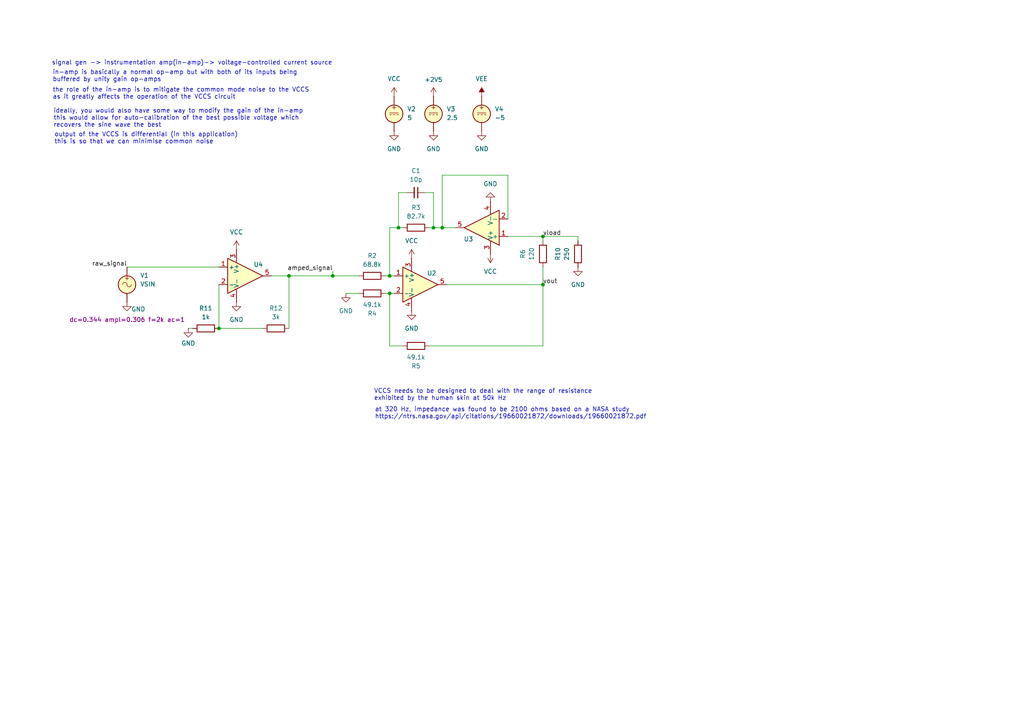
<source format=kicad_sch>
(kicad_sch (version 20231120) (generator "eeschema") (generator_version "8.0")
  (paper "A4")
  (lib_symbols
    (symbol "Device:C_Small" (pin_numbers hide) (pin_names (offset 0.254) hide)
      (property "Reference" "C" (at 0.254 1.778 0))
      (property "Value" "C_Small" (at 0.254 -2.032 0))
      (symbol "C_Small_0_1"
        (polyline (pts (xy -1.524 -0.508) (xy 1.524 -0.508)) (stroke (width 0.3302)))
        (polyline (pts (xy -1.524 0.508) (xy 1.524 0.508)) (stroke (width 0.3048)))
      )
      (symbol "C_Small_1_1"
        (pin passive line (at 0 2.54 270) (length 2.032) (name "~") (number "1"))
        (pin passive line (at 0 -2.54 90) (length 2.032) (name "~") (number "2"))
      )
    )
    (symbol "Device:R" (pin_numbers hide) (pin_names (offset 0))
      (property "Reference" "R" (at 2.032 0 90))
      (property "Value" "R" (at 0 0 90))
      (symbol "R_0_1"
        (rectangle (start -1.016 -2.54) (end 1.016 2.54) (stroke (width 0.254)))
      )
      (symbol "R_1_1"
        (pin passive line (at 0 3.81 270) (length 1.27) (name "~") (number "1"))
        (pin passive line (at 0 -3.81 90) (length 1.27) (name "~") (number "2"))
      )
    )
    (symbol "Simulation_SPICE:OPAMP" (pin_names (offset 0.254))
      (property "Reference" "U" (at 3.81 3.175 0))
      (property "Value" "${SIM.PARAMS}" (at 3.81 -3.175 0))
      (symbol "OPAMP_0_1"
        (polyline (pts (xy 5.08 0) (xy -5.08 5.08) (xy -5.08 -5.08) (xy 5.08 0)) (stroke (width 0.254)) (fill (type background)))
      )
      (symbol "OPAMP_1_1"
        (pin input line (at -7.62 2.54 0) (length 2.54) (name "+") (number "1"))
        (pin input line (at -7.62 -2.54 0) (length 2.54) (name "-") (number "2"))
        (pin power_in line (at -2.54 7.62 270) (length 3.81) (name "V+") (number "3"))
        (pin power_in line (at -2.54 -7.62 90) (length 3.81) (name "V-") (number "4"))
        (pin output line (at 7.62 0 180) (length 2.54) (name "~") (number "5"))
      )
    )
    (symbol "Simulation_SPICE:VDC" (pin_numbers hide) (pin_names (offset 0.0254))
      (property "Reference" "V" (at 2.54 2.54 0))
      (property "Value" "1" (at 2.54 0 0))
      (symbol "VDC_0_0"
        (polyline (pts (xy -1.27 0.254) (xy 1.27 0.254)))
        (polyline (pts (xy -0.762 -0.254) (xy -1.27 -0.254)))
        (polyline (pts (xy 0.254 -0.254) (xy -0.254 -0.254)))
        (polyline (pts (xy 1.27 -0.254) (xy 0.762 -0.254)))
        (text "+" (at 0 1.905 0) (effects (font (size 1.27 1.27))))
      )
      (symbol "VDC_0_1"
        (circle (center 0 0) (radius 2.54) (stroke (width 0.254)) (fill (type background)))
      )
      (symbol "VDC_1_1"
        (pin passive line (at 0 5.08 270) (length 2.54) (name "~") (number "1"))
        (pin passive line (at 0 -5.08 90) (length 2.54) (name "~") (number "2"))
      )
    )
    (symbol "Simulation_SPICE:VSIN" (pin_numbers hide) (pin_names (offset 0.0254))
      (property "Reference" "V" (at 2.54 2.54 0))
      (property "Value" "VSIN" (at 2.54 0 0))
      (property "Sim.Params" "dc=0 ampl=1 f=1k ac=1" (at 2.54 -2.54 0))
      (symbol "VSIN_0_0"
        (arc (start 0 0) (mid -0.635 0.6323) (end -1.27 0))
        (arc (start 0 0) (mid 0.635 -0.6323) (end 1.27 0))
        (text "+" (at 0 1.905 0) (effects (font (size 1.27 1.27))))
      )
      (symbol "VSIN_0_1"
        (circle (center 0 0) (radius 2.54) (stroke (width 0.254)) (fill (type background)))
      )
      (symbol "VSIN_1_1"
        (pin passive line (at 0 5.08 270) (length 2.54) (name "~") (number "1"))
        (pin passive line (at 0 -5.08 90) (length 2.54) (name "~") (number "2"))
      )
    )
    (symbol "power:+2V5" (power) (pin_numbers hide) (pin_names (offset 0) hide)
      (property "Value" "+2V5" (at 0 3.556 0))
      (symbol "+2V5_0_1"
        (polyline (pts (xy -0.762 1.27) (xy 0 2.54)))
        (polyline (pts (xy 0 0) (xy 0 2.54)))
        (polyline (pts (xy 0 2.54) (xy 0.762 1.27)))
      )
      (symbol "+2V5_1_1"
        (pin power_in line (at 0 0 90) (length 0) (name "~") (number "1"))
      )
    )
    (symbol "power:GND" (power) (pin_numbers hide) (pin_names (offset 0) hide)
      (property "Value" "GND" (at 0 -3.81 0))
      (symbol "GND_0_1"
        (polyline (pts (xy 0 0) (xy 0 -1.27) (xy 1.27 -1.27) (xy 0 -2.54) (xy -1.27 -1.27) (xy 0 -1.27)))
      )
      (symbol "GND_1_1"
        (pin power_in line (at 0 0 270) (length 0) (name "~") (number "1"))
      )
    )
    (symbol "power:VCC" (power) (pin_numbers hide) (pin_names (offset 0) hide)
      (property "Value" "VCC" (at 0 3.556 0))
      (symbol "VCC_0_1"
        (polyline (pts (xy -0.762 1.27) (xy 0 2.54)))
        (polyline (pts (xy 0 0) (xy 0 2.54)))
        (polyline (pts (xy 0 2.54) (xy 0.762 1.27)))
      )
      (symbol "VCC_1_1"
        (pin power_in line (at 0 0 90) (length 0) (name "~") (number "1"))
      )
    )
    (symbol "power:VEE" (power) (pin_numbers hide) (pin_names (offset 0) hide)
      (property "Value" "VEE" (at 0 3.556 0))
      (symbol "VEE_0_1"
        (polyline (pts (xy 0 0) (xy 0 2.54)))
        (polyline (pts (xy 0.762 1.27) (xy -0.762 1.27) (xy 0 2.54) (xy 0.762 1.27)) (fill (type outline)))
      )
      (symbol "VEE_1_1"
        (pin power_in line (at 0 0 90) (length 0) (name "~") (number "1"))
      )
    )
  )
  (junction (at 113.03 80.01))
  (junction (at 128.27 66.04))
  (junction (at 96.52 80.01))
  (junction (at 63.5 95.25))
  (junction (at 115.57 66.04))
  (junction (at 125.73 66.04))
  (junction (at 83.82 80.01))
  (junction (at 113.03 85.09))
  (junction (at 157.48 68.58))
  (junction (at 157.48 82.55))
  (wire (pts (xy 123.19 55.88) (xy 125.73 55.88)))
  (wire (pts (xy 129.54 82.55) (xy 157.48 82.55)))
  (wire (pts (xy 113.03 66.04) (xy 115.57 66.04)))
  (wire (pts (xy 147.32 63.5) (xy 147.32 50.8)))
  (wire (pts (xy 83.82 80.01) (xy 78.74 80.01)))
  (wire (pts (xy 124.46 100.33) (xy 157.48 100.33)))
  (wire (pts (xy 125.73 55.88) (xy 125.73 66.04)))
  (wire (pts (xy 115.57 66.04) (xy 116.84 66.04)))
  (wire (pts (xy 111.76 80.01) (xy 113.03 80.01)))
  (wire (pts (xy 113.03 80.01) (xy 114.3 80.01)))
  (wire (pts (xy 115.57 55.88) (xy 115.57 66.04)))
  (wire (pts (xy 111.76 85.09) (xy 113.03 85.09)))
  (wire (pts (xy 125.73 66.04) (xy 128.27 66.04)))
  (wire (pts (xy 63.5 95.25) (xy 76.2 95.25)))
  (wire (pts (xy 36.83 77.47) (xy 63.5 77.47)))
  (wire (pts (xy 128.27 50.8) (xy 128.27 66.04)))
  (wire (pts (xy 100.33 85.09) (xy 104.14 85.09)))
  (wire (pts (xy 157.48 82.55) (xy 157.48 100.33)))
  (wire (pts (xy 54.61 95.25) (xy 55.88 95.25)))
  (wire (pts (xy 147.32 68.58) (xy 157.48 68.58)))
  (wire (pts (xy 63.5 82.55) (xy 63.5 95.25)))
  (wire (pts (xy 83.82 95.25) (xy 83.82 80.01)))
  (wire (pts (xy 113.03 85.09) (xy 114.3 85.09)))
  (wire (pts (xy 96.52 78.74) (xy 96.52 80.01)))
  (wire (pts (xy 147.32 50.8) (xy 128.27 50.8)))
  (wire (pts (xy 124.46 66.04) (xy 125.73 66.04)))
  (wire (pts (xy 96.52 80.01) (xy 104.14 80.01)))
  (wire (pts (xy 113.03 85.09) (xy 113.03 100.33)))
  (wire (pts (xy 157.48 68.58) (xy 157.48 69.85)))
  (wire (pts (xy 128.27 66.04) (xy 132.08 66.04)))
  (wire (pts (xy 118.11 55.88) (xy 115.57 55.88)))
  (wire (pts (xy 83.82 80.01) (xy 96.52 80.01)))
  (wire (pts (xy 113.03 66.04) (xy 113.03 80.01)))
  (wire (pts (xy 113.03 100.33) (xy 116.84 100.33)))
  (wire (pts (xy 157.48 82.55) (xy 157.48 77.47)))
  (wire (pts (xy 167.64 68.58) (xy 157.48 68.58)))
  (wire (pts (xy 167.64 69.85) (xy 167.64 68.58)))
  (text "ideally, you would also have some way to modify the gain of the in-amp\nthis would allow for auto-calibration of the best possible voltage which\nrecovers the sine wave the best" (at 15.494 34.29 0) (effects (font (size 1.27 1.27)) (justify left)))
  (text "VCCS needs to be designed to deal with the range of resistance \nexhibited by the human skin at 50k Hz" (at 108.458 114.554 0) (effects (font (size 1.27 1.27)) (justify left)))
  (text "in-amp is basically a normal op-amp but with both of its inputs being\nbuffered by unity gain op-amps" (at 15.24 22.098 0) (effects (font (size 1.27 1.27)) (justify left)))
  (text "output of the VCCS is differential (in this application) \nthis is so that we can minimise common noise" (at 15.748 40.132 0) (effects (font (size 1.27 1.27)) (justify left)))
  (text "at 320 Hz, impedance was found to be 2100 ohms based on a NASA study \nhttps://ntrs.nasa.gov/api/citations/19660021872/downloads/19660021872.pdf" (at 108.712 119.888 0) (effects (font (size 1.27 1.27)) (justify left)))
  (text "signal gen -> instrumentation amp(in-amp)-> voltage-controlled current source" (at 14.986 18.288 0) (effects (font (size 1.27 1.27)) (justify left)))
  (text "the role of the in-amp is to mitigate the common mode noise to the VCCS\nas it greatly affects the operation of the VCCS circuit" (at 15.24 27.178 0) (effects (font (size 1.27 1.27)) (justify left)))
  (label "amped_signal" (at 96.52 78.74 180))
  (label "vout" (at 157.48 82.55 0))
  (label "vload" (at 157.48 68.58 0))
  (label "raw_signal" (at 36.83 77.47 180))
  (symbol (lib_id "power:GND") (at 36.83 87.63 0) (unit 1)
    (property "Reference" "#PWR01" (effects (hide yes)))
    (property "Value" "GND" (at 40.132 89.662 0))
    (property "Description" "Power symbol creates a global label with name \"GND\" , ground" (effects (hide yes)))
  )
  (symbol (lib_id "power:GND") (at 139.7 38.1 0) (unit 1)
    (property "Reference" "#PWR07" (effects (hide yes)))
    (property "Value" "GND" (at 139.7 43.18 0))
    (property "Description" "Power symbol creates a global label with name \"GND\" , ground" (effects (hide yes)))
  )
  (symbol (lib_id "power:GND") (at 125.73 38.1 0) (unit 1)
    (property "Reference" "#PWR011" (effects (hide yes)))
    (property "Value" "GND" (at 125.73 43.18 0))
    (property "Description" "Power symbol creates a global label with name \"GND\" , ground" (effects (hide yes)))
  )
  (symbol (lib_id "Simulation_SPICE:VDC") (at 139.7 33.02 0) (unit 1)
    (property "Reference" "V4" (at 143.51 31.6201 0) (effects (justify left)))
    (property "Value" "-5" (at 143.51 34.1601 0) (effects (justify left)))
    (property "Datasheet" "https://ngspice.sourceforge.io/docs/ngspice-html-manual/manual.xhtml#sec_Independent_Sources_for" (effects (hide yes)))
    (property "Description" "Voltage source, DC" (effects (hide yes)))
    (property "Sim.Pins" "1=+ 2=-" (effects (hide yes)))
    (property "Sim.Type" "DC" (effects (hide yes)))
    (property "Sim.Device" "V" (effects (hide yes)))
  )
  (symbol (lib_id "power:GND") (at 100.33 85.09 0) (unit 1)
    (property "Reference" "#PWR010" (effects (hide yes)))
    (property "Value" "GND" (at 100.33 90.17 0))
    (property "Description" "Power symbol creates a global label with name \"GND\" , ground" (effects (hide yes)))
  )
  (symbol (lib_id "Device:R") (at 80.01 95.25 90) (unit 1)
    (property "Reference" "R12" (at 80.01 89.408 90))
    (property "Value" "3k" (at 80.01 91.948 90))
    (property "Description" "Resistor" (effects (hide yes)))
  )
  (symbol (lib_id "power:VCC") (at 68.58 72.39 0) (unit 1)
    (property "Reference" "#PWR019" (effects (hide yes)))
    (property "Value" "VCC" (at 68.58 67.31 0))
    (property "Description" "Power symbol creates a global label with name \"VCC\"" (effects (hide yes)))
  )
  (symbol (lib_id "Device:R") (at 120.65 66.04 90) (unit 1)
    (property "Reference" "R3" (at 120.65 60.198 90))
    (property "Value" "82.7k" (at 120.65 62.738 90))
    (property "Description" "Resistor" (effects (hide yes)))
  )
  (symbol (lib_id "power:+2V5") (at 125.73 27.94 0) (unit 1)
    (property "Reference" "#PWR012" (effects (hide yes)))
    (property "Value" "+2V5" (at 125.73 23.114 0))
    (property "Description" "Power symbol creates a global label with name \"+2V5\"" (effects (hide yes)))
  )
  (symbol (lib_id "Device:C_Small") (at 120.65 55.88 270) (unit 1)
    (property "Reference" "C1" (at 120.6436 49.53 90))
    (property "Value" "10p" (at 120.6436 52.07 90))
    (property "Footprint" "Capacitor_SMD:C_0402_1005Metric_Pad0.74x0.62mm_HandSolder" (effects (hide yes)))
    (property "Description" "Unpolarized capacitor, small symbol" (effects (hide yes)))
  )
  (symbol (lib_id "Simulation_SPICE:OPAMP") (at 139.7 66.04 180) (unit 1)
    (property "Reference" "U3" (at 135.89 69.342 0))
    (property "Value" "${SIM.PARAMS}" (at 132.08 69.1835 0))
    (property "Datasheet" "https://ngspice.sourceforge.io/docs/ngspice-html-manual/manual.xhtml#sec__SUBCKT_Subcircuits" (effects (hide yes)))
    (property "Description" "Operational amplifier, single, node sequence=1:+ 2:- 3:OUT 4:V+ 5:V-" (effects (hide yes)))
    (property "Sim.Pins" "1=in+ 2=in- 3=vcc 4=vee 5=out" (effects (hide yes)))
    (property "Sim.Device" "SUBCKT" (effects (hide yes)))
    (property "Sim.Library" "${KICAD7_SYMBOL_DIR}/Simulation_SPICE.sp" (effects (hide yes)))
    (property "Sim.Name" "kicad_builtin_opamp" (effects (hide yes)))
  )
  (symbol (lib_id "Simulation_SPICE:VDC") (at 125.73 33.02 0) (unit 1)
    (property "Reference" "V3" (at 129.54 31.6201 0) (effects (justify left)))
    (property "Value" "2.5" (at 129.54 34.1601 0) (effects (justify left)))
    (property "Datasheet" "https://ngspice.sourceforge.io/docs/ngspice-html-manual/manual.xhtml#sec_Independent_Sources_for" (effects (hide yes)))
    (property "Description" "Voltage source, DC" (effects (hide yes)))
    (property "Sim.Pins" "1=+ 2=-" (effects (hide yes)))
    (property "Sim.Type" "DC" (effects (hide yes)))
    (property "Sim.Device" "V" (effects (hide yes)))
  )
  (symbol (lib_id "power:VEE") (at 139.7 27.94 0) (unit 1)
    (property "Reference" "#PWR05" (effects (hide yes)))
    (property "Value" "VEE" (at 139.7 22.86 0))
    (property "Description" "Power symbol creates a global label with name \"VEE\"" (effects (hide yes)))
  )
  (symbol (lib_id "Device:R") (at 167.64 73.66 180) (unit 1)
    (property "Reference" "R10" (at 161.798 73.66 90))
    (property "Value" "250" (at 164.338 73.66 90))
    (property "Description" "Resistor" (effects (hide yes)))
  )
  (symbol (lib_id "power:GND") (at 114.3 38.1 0) (unit 1)
    (property "Reference" "#PWR08" (effects (hide yes)))
    (property "Value" "GND" (at 114.3 43.18 0))
    (property "Description" "Power symbol creates a global label with name \"GND\" , ground" (effects (hide yes)))
  )
  (symbol (lib_id "Device:R") (at 120.65 100.33 270) (unit 1)
    (property "Reference" "R5" (at 120.65 106.172 90))
    (property "Value" "49.1k" (at 120.65 103.632 90))
    (property "Description" "Resistor" (effects (hide yes)))
  )
  (symbol (lib_id "power:GND") (at 119.38 90.17 0) (unit 1)
    (property "Reference" "#PWR014" (effects (hide yes)))
    (property "Value" "GND" (at 119.38 95.25 0))
    (property "Description" "Power symbol creates a global label with name \"GND\" , ground" (effects (hide yes)))
  )
  (symbol (lib_id "power:VCC") (at 142.24 73.66 180) (unit 1)
    (property "Reference" "#PWR016" (effects (hide yes)))
    (property "Value" "VCC" (at 142.24 78.74 0))
    (property "Description" "Power symbol creates a global label with name \"VCC\"" (effects (hide yes)))
  )
  (symbol (lib_id "Simulation_SPICE:VDC") (at 114.3 33.02 0) (unit 1)
    (property "Reference" "V2" (at 118.11 31.6201 0) (effects (justify left)))
    (property "Value" "5" (at 118.11 34.1601 0) (effects (justify left)))
    (property "Datasheet" "https://ngspice.sourceforge.io/docs/ngspice-html-manual/manual.xhtml#sec_Independent_Sources_for" (effects (hide yes)))
    (property "Description" "Voltage source, DC" (effects (hide yes)))
    (property "Sim.Pins" "1=+ 2=-" (effects (hide yes)))
    (property "Sim.Type" "DC" (effects (hide yes)))
    (property "Sim.Device" "V" (effects (hide yes)))
  )
  (symbol (lib_id "power:GND") (at 142.24 58.42 180) (unit 1)
    (property "Reference" "#PWR017" (effects (hide yes)))
    (property "Value" "GND" (at 142.24 53.34 0))
    (property "Description" "Power symbol creates a global label with name \"GND\" , ground" (effects (hide yes)))
  )
  (symbol (lib_id "Device:R") (at 107.95 80.01 90) (unit 1)
    (property "Reference" "R2" (at 107.95 74.168 90))
    (property "Value" "68.8k" (at 107.95 76.708 90))
    (property "Description" "Resistor" (effects (hide yes)))
  )
  (symbol (lib_id "power:VCC") (at 114.3 27.94 0) (unit 1)
    (property "Reference" "#PWR03" (effects (hide yes)))
    (property "Value" "VCC" (at 114.3 22.86 0))
    (property "Description" "Power symbol creates a global label with name \"VCC\"" (effects (hide yes)))
  )
  (symbol (lib_id "Device:R") (at 157.48 73.66 180) (unit 1)
    (property "Reference" "R6" (at 151.638 73.66 90))
    (property "Value" "120" (at 154.178 73.66 90))
    (property "Description" "Resistor" (effects (hide yes)))
  )
  (symbol (lib_id "power:GND") (at 167.64 77.47 0) (unit 1)
    (property "Reference" "#PWR015" (effects (hide yes)))
    (property "Value" "GND" (at 167.64 82.55 0))
    (property "Description" "Power symbol creates a global label with name \"GND\" , ground" (effects (hide yes)))
  )
  (symbol (lib_id "Simulation_SPICE:OPAMP") (at 71.12 80.01 0) (unit 1)
    (property "Reference" "U4" (at 74.93 76.708 0))
    (property "Value" "${SIM.PARAMS}" (at 78.74 76.8665 0))
    (property "Datasheet" "https://ngspice.sourceforge.io/docs/ngspice-html-manual/manual.xhtml#sec__SUBCKT_Subcircuits" (effects (hide yes)))
    (property "Description" "Operational amplifier, single, node sequence=1:+ 2:- 3:OUT 4:V+ 5:V-" (effects (hide yes)))
    (property "Sim.Pins" "1=in+ 2=in- 3=vcc 4=vee 5=out" (effects (hide yes)))
    (property "Sim.Device" "SUBCKT" (effects (hide yes)))
    (property "Sim.Library" "${KICAD7_SYMBOL_DIR}/Simulation_SPICE.sp" (effects (hide yes)))
    (property "Sim.Name" "kicad_builtin_opamp" (effects (hide yes)))
  )
  (symbol (lib_id "Simulation_SPICE:VSIN") (at 36.83 82.55 0) (unit 1)
    (property "Reference" "V1" (at 40.64 79.8801 0) (effects (justify left)))
    (property "Value" "VSIN" (at 40.64 82.4201 0) (effects (justify left)))
    (property "Datasheet" "https://ngspice.sourceforge.io/docs/ngspice-html-manual/manual.xhtml#sec_Independent_Sources_for" (effects (hide yes)))
    (property "Description" "Voltage source, sinusoidal" (effects (hide yes)))
    (property "Sim.Pins" "1=+ 2=-" (effects (hide yes)))
    (property "Sim.Params" "dc=0.344 ampl=0.306 f=2k ac=1" (at 20.066 92.71 0) (effects (justify left)))
    (property "Sim.Type" "SIN" (effects (hide yes)))
    (property "Sim.Device" "V" (effects (hide yes)))
  )
  (symbol (lib_id "Device:R") (at 107.95 85.09 270) (unit 1)
    (property "Reference" "R4" (at 107.95 90.932 90))
    (property "Value" "49.1k" (at 107.95 88.392 90))
    (property "Description" "Resistor" (effects (hide yes)))
  )
  (symbol (lib_id "Device:R") (at 59.69 95.25 90) (unit 1)
    (property "Reference" "R11" (at 59.69 89.408 90))
    (property "Value" "1k" (at 59.69 91.948 90))
    (property "Description" "Resistor" (effects (hide yes)))
  )
  (symbol (lib_id "power:GND") (at 54.61 95.25 0) (unit 1)
    (property "Reference" "#PWR020" (effects (hide yes)))
    (property "Value" "GND" (at 54.61 99.568 0))
    (property "Description" "Power symbol creates a global label with name \"GND\" , ground" (effects (hide yes)))
  )
  (symbol (lib_id "Simulation_SPICE:OPAMP") (at 121.92 82.55 0) (unit 1)
    (property "Reference" "U2" (at 125.222 79.248 0))
    (property "Value" "${SIM.PARAMS}" (at 129.54 79.4065 0))
    (property "Datasheet" "https://ngspice.sourceforge.io/docs/ngspice-html-manual/manual.xhtml#sec__SUBCKT_Subcircuits" (effects (hide yes)))
    (property "Description" "Operational amplifier, single, node sequence=1:+ 2:- 3:OUT 4:V+ 5:V-" (effects (hide yes)))
    (property "Sim.Pins" "1=in+ 2=in- 3=vcc 4=vee 5=out" (effects (hide yes)))
    (property "Sim.Device" "SUBCKT" (effects (hide yes)))
    (property "Sim.Library" "${KICAD7_SYMBOL_DIR}/Simulation_SPICE.sp" (effects (hide yes)))
    (property "Sim.Name" "kicad_builtin_opamp" (effects (hide yes)))
  )
  (symbol (lib_id "power:VCC") (at 119.38 74.93 0) (unit 1)
    (property "Reference" "#PWR013" (effects (hide yes)))
    (property "Value" "VCC" (at 119.38 69.85 0))
    (property "Description" "Power symbol creates a global label with name \"VCC\"" (effects (hide yes)))
  )
  (symbol (lib_id "power:GND") (at 68.58 87.63 0) (unit 1)
    (property "Reference" "#PWR018" (effects (hide yes)))
    (property "Value" "GND" (at 68.58 92.71 0))
    (property "Description" "Power symbol creates a global label with name \"GND\" , ground" (effects (hide yes)))
  )
)
</source>
